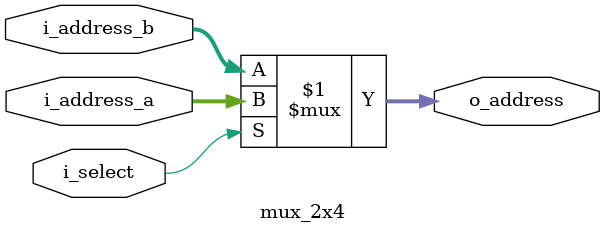
<source format=v>
/**
 * 4-bit multiplexer
 */

module mux_2x4 (
    input [3:0] i_address_a, // option 1 execution mode
    input [3:0] i_address_b, // option 0 program mode
    input i_select, // select signal
    output [3:0] o_address // selected result
);

    assign o_address = i_select ? i_address_a : i_address_b;

endmodule
</source>
